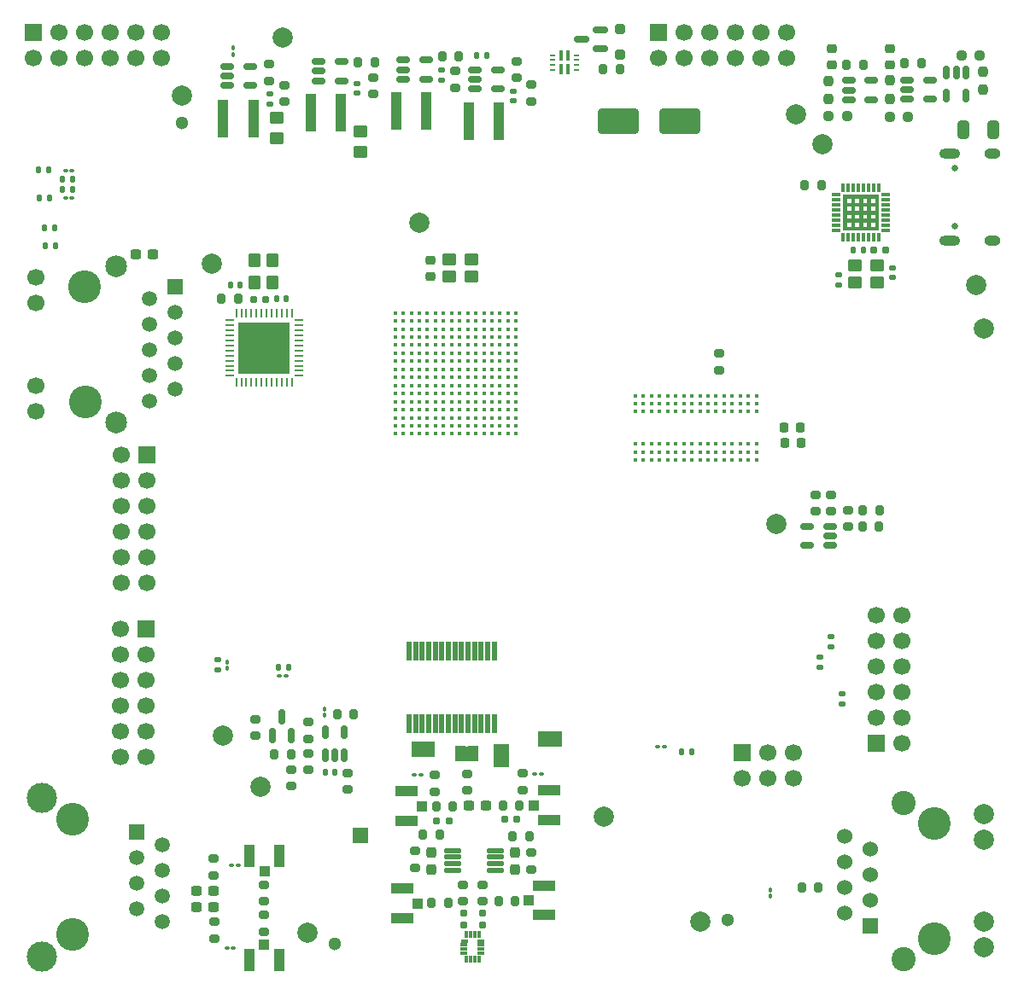
<source format=gts>
G04 #@! TF.GenerationSoftware,KiCad,Pcbnew,9.0.3-9.0.3-0~ubuntu24.04.1*
G04 #@! TF.CreationDate,2025-08-06T18:11:09+02:00*
G04 #@! TF.ProjectId,acoustic-carrier-board,61636f75-7374-4696-932d-636172726965,rev?*
G04 #@! TF.SameCoordinates,Original*
G04 #@! TF.FileFunction,Soldermask,Top*
G04 #@! TF.FilePolarity,Negative*
%FSLAX46Y46*%
G04 Gerber Fmt 4.6, Leading zero omitted, Abs format (unit mm)*
G04 Created by KiCad (PCBNEW 9.0.3-9.0.3-0~ubuntu24.04.1) date 2025-08-06 18:11:09*
%MOMM*%
%LPD*%
G01*
G04 APERTURE LIST*
G04 Aperture macros list*
%AMRoundRect*
0 Rectangle with rounded corners*
0 $1 Rounding radius*
0 $2 $3 $4 $5 $6 $7 $8 $9 X,Y pos of 4 corners*
0 Add a 4 corners polygon primitive as box body*
4,1,4,$2,$3,$4,$5,$6,$7,$8,$9,$2,$3,0*
0 Add four circle primitives for the rounded corners*
1,1,$1+$1,$2,$3*
1,1,$1+$1,$4,$5*
1,1,$1+$1,$6,$7*
1,1,$1+$1,$8,$9*
0 Add four rect primitives between the rounded corners*
20,1,$1+$1,$2,$3,$4,$5,0*
20,1,$1+$1,$4,$5,$6,$7,0*
20,1,$1+$1,$6,$7,$8,$9,0*
20,1,$1+$1,$8,$9,$2,$3,0*%
G04 Aperture macros list end*
%ADD10C,0.000000*%
%ADD11RoundRect,0.200000X0.200000X0.275000X-0.200000X0.275000X-0.200000X-0.275000X0.200000X-0.275000X0*%
%ADD12RoundRect,0.150000X-0.512500X-0.150000X0.512500X-0.150000X0.512500X0.150000X-0.512500X0.150000X0*%
%ADD13R,1.500000X1.000000*%
%ADD14RoundRect,0.237500X0.237500X-0.300000X0.237500X0.300000X-0.237500X0.300000X-0.237500X-0.300000X0*%
%ADD15RoundRect,0.237500X-0.300000X-0.237500X0.300000X-0.237500X0.300000X0.237500X-0.300000X0.237500X0*%
%ADD16RoundRect,0.135000X-0.185000X0.135000X-0.185000X-0.135000X0.185000X-0.135000X0.185000X0.135000X0*%
%ADD17RoundRect,0.140000X0.170000X-0.140000X0.170000X0.140000X-0.170000X0.140000X-0.170000X-0.140000X0*%
%ADD18C,0.446000*%
%ADD19C,2.000000*%
%ADD20C,3.250000*%
%ADD21R,1.500000X1.500000*%
%ADD22C,1.500000*%
%ADD23C,3.000000*%
%ADD24RoundRect,0.135000X-0.135000X-0.185000X0.135000X-0.185000X0.135000X0.185000X-0.135000X0.185000X0*%
%ADD25RoundRect,0.010000X-0.225000X0.875000X-0.225000X-0.875000X0.225000X-0.875000X0.225000X0.875000X0*%
%ADD26RoundRect,0.150000X0.587500X0.150000X-0.587500X0.150000X-0.587500X-0.150000X0.587500X-0.150000X0*%
%ADD27R,1.700000X1.700000*%
%ADD28C,1.700000*%
%ADD29RoundRect,0.200000X-0.275000X0.200000X-0.275000X-0.200000X0.275000X-0.200000X0.275000X0.200000X0*%
%ADD30RoundRect,0.135000X0.135000X0.185000X-0.135000X0.185000X-0.135000X-0.185000X0.135000X-0.185000X0*%
%ADD31RoundRect,0.100000X-0.130000X-0.100000X0.130000X-0.100000X0.130000X0.100000X-0.130000X0.100000X0*%
%ADD32C,0.430000*%
%ADD33RoundRect,0.200000X-0.200000X-0.275000X0.200000X-0.275000X0.200000X0.275000X-0.200000X0.275000X0*%
%ADD34RoundRect,0.160000X0.197500X0.160000X-0.197500X0.160000X-0.197500X-0.160000X0.197500X-0.160000X0*%
%ADD35RoundRect,0.200000X0.275000X-0.200000X0.275000X0.200000X-0.275000X0.200000X-0.275000X-0.200000X0*%
%ADD36R,1.000000X1.500000*%
%ADD37RoundRect,0.135000X0.185000X-0.135000X0.185000X0.135000X-0.185000X0.135000X-0.185000X-0.135000X0*%
%ADD38RoundRect,0.250000X-0.450000X0.350000X-0.450000X-0.350000X0.450000X-0.350000X0.450000X0.350000X0*%
%ADD39RoundRect,0.237500X0.250000X0.237500X-0.250000X0.237500X-0.250000X-0.237500X0.250000X-0.237500X0*%
%ADD40RoundRect,0.237500X-0.250000X-0.237500X0.250000X-0.237500X0.250000X0.237500X-0.250000X0.237500X0*%
%ADD41RoundRect,0.218750X-0.256250X0.218750X-0.256250X-0.218750X0.256250X-0.218750X0.256250X0.218750X0*%
%ADD42RoundRect,0.100000X0.130000X0.100000X-0.130000X0.100000X-0.130000X-0.100000X0.130000X-0.100000X0*%
%ADD43RoundRect,0.100000X0.100000X-0.130000X0.100000X0.130000X-0.100000X0.130000X-0.100000X-0.130000X0*%
%ADD44RoundRect,0.218750X-0.218750X-0.256250X0.218750X-0.256250X0.218750X0.256250X-0.218750X0.256250X0*%
%ADD45R,1.100000X3.700000*%
%ADD46C,1.300000*%
%ADD47RoundRect,0.237500X0.300000X0.237500X-0.300000X0.237500X-0.300000X-0.237500X0.300000X-0.237500X0*%
%ADD48RoundRect,0.250000X-1.750000X-1.000000X1.750000X-1.000000X1.750000X1.000000X-1.750000X1.000000X0*%
%ADD49RoundRect,0.237500X0.237500X-0.250000X0.237500X0.250000X-0.237500X0.250000X-0.237500X-0.250000X0*%
%ADD50RoundRect,0.150000X0.512500X0.150000X-0.512500X0.150000X-0.512500X-0.150000X0.512500X-0.150000X0*%
%ADD51R,1.000000X1.050000*%
%ADD52R,1.050000X2.200000*%
%ADD53C,3.249981*%
%ADD54R,1.524000X1.524000*%
%ADD55C,1.524000*%
%ADD56C,1.999996*%
%ADD57C,2.400046*%
%ADD58RoundRect,0.062500X-0.375000X-0.062500X0.375000X-0.062500X0.375000X0.062500X-0.375000X0.062500X0*%
%ADD59RoundRect,0.062500X-0.062500X-0.375000X0.062500X-0.375000X0.062500X0.375000X-0.062500X0.375000X0*%
%ADD60R,5.150000X5.150000*%
%ADD61R,1.050000X1.000000*%
%ADD62R,2.200000X1.050000*%
%ADD63RoundRect,0.237500X-0.237500X0.250000X-0.237500X-0.250000X0.237500X-0.250000X0.237500X0.250000X0*%
%ADD64RoundRect,0.140000X0.140000X0.170000X-0.140000X0.170000X-0.140000X-0.170000X0.140000X-0.170000X0*%
%ADD65RoundRect,0.250000X0.450000X0.350000X-0.450000X0.350000X-0.450000X-0.350000X0.450000X-0.350000X0*%
%ADD66RoundRect,0.250000X0.325000X0.650000X-0.325000X0.650000X-0.325000X-0.650000X0.325000X-0.650000X0*%
%ADD67R,0.399999X1.050000*%
%ADD68R,0.599999X0.200000*%
%ADD69RoundRect,0.150000X0.150000X-0.512500X0.150000X0.512500X-0.150000X0.512500X-0.150000X-0.512500X0*%
%ADD70RoundRect,0.010000X-0.406400X0.127000X-0.406400X-0.127000X0.406400X-0.127000X0.406400X0.127000X0*%
%ADD71RoundRect,0.010000X0.127000X0.406400X-0.127000X0.406400X-0.127000X-0.406400X0.127000X-0.406400X0*%
%ADD72RoundRect,0.140000X-0.140000X-0.170000X0.140000X-0.170000X0.140000X0.170000X-0.140000X0.170000X0*%
%ADD73RoundRect,0.150000X-0.150000X0.512500X-0.150000X-0.512500X0.150000X-0.512500X0.150000X0.512500X0*%
%ADD74RoundRect,0.045625X0.305375X0.136875X-0.305375X0.136875X-0.305375X-0.136875X0.305375X-0.136875X0*%
%ADD75RoundRect,0.045000X0.256500X0.135000X-0.256500X0.135000X-0.256500X-0.135000X0.256500X-0.135000X0*%
%ADD76RoundRect,0.045000X-0.135000X0.256500X-0.135000X-0.256500X0.135000X-0.256500X0.135000X0.256500X0*%
%ADD77RoundRect,0.250000X-0.250000X0.250000X-0.250000X-0.250000X0.250000X-0.250000X0.250000X0.250000X0*%
%ADD78RoundRect,0.237500X-0.237500X0.300000X-0.237500X-0.300000X0.237500X-0.300000X0.237500X0.300000X0*%
%ADD79RoundRect,0.225000X0.250000X-0.225000X0.250000X0.225000X-0.250000X0.225000X-0.250000X-0.225000X0*%
%ADD80RoundRect,0.165000X0.165000X-0.202500X0.165000X0.202500X-0.165000X0.202500X-0.165000X-0.202500X0*%
%ADD81RoundRect,0.160000X-0.197500X-0.160000X0.197500X-0.160000X0.197500X0.160000X-0.197500X0.160000X0*%
%ADD82R,1.520000X1.520000*%
%ADD83C,1.520000*%
%ADD84C,2.160000*%
%ADD85RoundRect,0.125500X0.688000X0.125500X-0.688000X0.125500X-0.688000X-0.125500X0.688000X-0.125500X0*%
%ADD86RoundRect,0.250000X-0.350000X0.450000X-0.350000X-0.450000X0.350000X-0.450000X0.350000X0.450000X0*%
%ADD87RoundRect,0.160000X0.160000X-0.197500X0.160000X0.197500X-0.160000X0.197500X-0.160000X-0.197500X0*%
%ADD88RoundRect,0.150000X0.150000X-0.587500X0.150000X0.587500X-0.150000X0.587500X-0.150000X-0.587500X0*%
%ADD89C,0.650000*%
%ADD90O,1.600000X1.000000*%
%ADD91O,2.100000X1.000000*%
G04 APERTURE END LIST*
G36*
X92710000Y-125900000D02*
G01*
X94210000Y-125900000D01*
X94210000Y-125600000D01*
X92710000Y-125600000D01*
X92710000Y-125900000D01*
G37*
G36*
X85510000Y-124390000D02*
G01*
X85810000Y-124390000D01*
X85810000Y-125890000D01*
X85510000Y-125890000D01*
X85510000Y-124390000D01*
G37*
G36*
X98110000Y-123350000D02*
G01*
X98410000Y-123350000D01*
X98410000Y-124850000D01*
X98110000Y-124850000D01*
X98110000Y-123350000D01*
G37*
D10*
G36*
X127717800Y-73673300D02*
G01*
X127333600Y-73673300D01*
X127333600Y-70142700D01*
X127717800Y-70142700D01*
X127717800Y-73673300D01*
G37*
G36*
X128505200Y-73673300D02*
G01*
X128117800Y-73673300D01*
X128117800Y-70142700D01*
X128505200Y-70142700D01*
X128505200Y-73673300D01*
G37*
G36*
X129292600Y-73673300D02*
G01*
X128905200Y-73673300D01*
X128905200Y-70142700D01*
X129292600Y-70142700D01*
X129292600Y-73673300D01*
G37*
G36*
X130080000Y-73673300D02*
G01*
X129692600Y-73673300D01*
X129692600Y-70142700D01*
X130080000Y-70142700D01*
X130080000Y-73673300D01*
G37*
G36*
X130864200Y-70526900D02*
G01*
X127333600Y-70526900D01*
X127333600Y-70142700D01*
X130864200Y-70142700D01*
X130864200Y-70526900D01*
G37*
G36*
X130864200Y-71314300D02*
G01*
X127333600Y-71314300D01*
X127333600Y-70926900D01*
X130864200Y-70926900D01*
X130864200Y-71314300D01*
G37*
G36*
X130864200Y-72101700D02*
G01*
X127333600Y-72101700D01*
X127333600Y-71714300D01*
X130864200Y-71714300D01*
X130864200Y-72101700D01*
G37*
G36*
X130864200Y-72889100D02*
G01*
X127333600Y-72889100D01*
X127333600Y-72501700D01*
X130864200Y-72501700D01*
X130864200Y-72889100D01*
G37*
G36*
X130864200Y-73673300D02*
G01*
X127333600Y-73673300D01*
X127333600Y-73289100D01*
X130864200Y-73289100D01*
X130864200Y-73673300D01*
G37*
G36*
X130864200Y-73673300D02*
G01*
X130480000Y-73673300D01*
X130480000Y-70142700D01*
X130864200Y-70142700D01*
X130864200Y-73673300D01*
G37*
G36*
X90160000Y-126350000D02*
G01*
X89860000Y-126350000D01*
X89860000Y-124850000D01*
X90160000Y-124850000D01*
X90160000Y-126350000D01*
G37*
D11*
X89230000Y-56365000D03*
X87580000Y-56365000D03*
D12*
X133617500Y-58730000D03*
X133617500Y-59680000D03*
X133617500Y-60630000D03*
X135892500Y-60630000D03*
X135892500Y-58730000D03*
D13*
X93460000Y-126400000D03*
X93460000Y-125100000D03*
D14*
X86517500Y-137092500D03*
X86517500Y-135367500D03*
D15*
X63195000Y-139215000D03*
X64920000Y-139215000D03*
D16*
X127190000Y-119610000D03*
X127190000Y-120630000D03*
D17*
X79155000Y-60045000D03*
X79155000Y-59085000D03*
D18*
X106720000Y-96450000D03*
X106720000Y-95650000D03*
X106720000Y-94850000D03*
X106720000Y-91650000D03*
X106720000Y-90850000D03*
X106720000Y-90050000D03*
X107520000Y-96450000D03*
X107520000Y-95650000D03*
X107520000Y-94850000D03*
X107520000Y-91650000D03*
X107520000Y-90850000D03*
X107520000Y-90050000D03*
X108320000Y-96450000D03*
X108320000Y-95650000D03*
X108320000Y-94850000D03*
X108320000Y-91650000D03*
X108320000Y-90850000D03*
X108320000Y-90050000D03*
X109120000Y-96450000D03*
X109120000Y-95650000D03*
X109120000Y-94850000D03*
X109120000Y-91650000D03*
X109120000Y-90850000D03*
X109120000Y-90050000D03*
X109920000Y-96450000D03*
X109920000Y-95650000D03*
X109920000Y-94850000D03*
X109920000Y-91650000D03*
X109920000Y-90850000D03*
X109920000Y-90050000D03*
X110720000Y-96450000D03*
X110720000Y-95650000D03*
X110720000Y-94850000D03*
X110720000Y-91650000D03*
X110720000Y-90850000D03*
X110720000Y-90050000D03*
X111520000Y-96450000D03*
X111520000Y-95650000D03*
X111520000Y-94850000D03*
X111520000Y-91650000D03*
X111520000Y-90850000D03*
X111520000Y-90050000D03*
X112320000Y-96450000D03*
X112320000Y-95650000D03*
X112320000Y-94850000D03*
X112320000Y-91650000D03*
X112320000Y-90850000D03*
X112320000Y-90050000D03*
X113120000Y-96450000D03*
X113120000Y-95650000D03*
X113120000Y-94850000D03*
X113120000Y-91650000D03*
X113120000Y-90850000D03*
X113120000Y-90050000D03*
X113920000Y-96450000D03*
X113920000Y-95650000D03*
X113920000Y-94850000D03*
X113920000Y-91650000D03*
X113920000Y-90850000D03*
X113920000Y-90050000D03*
X114720000Y-96450000D03*
X114720000Y-95650000D03*
X114720000Y-94850000D03*
X114720000Y-91650000D03*
X114720000Y-90850000D03*
X114720000Y-90050000D03*
X115520000Y-96450000D03*
X115520000Y-95650000D03*
X115520000Y-94850000D03*
X115520000Y-91650000D03*
X115520000Y-90850000D03*
X115520000Y-90050000D03*
X116320000Y-96450000D03*
X116320000Y-95650000D03*
X116320000Y-94850000D03*
X116320000Y-91650000D03*
X116320000Y-90850000D03*
X116320000Y-90050000D03*
X117120000Y-96450000D03*
X117120000Y-95650000D03*
X117120000Y-94850000D03*
X117120000Y-91650000D03*
X117120000Y-90850000D03*
X117120000Y-90050000D03*
X117920000Y-96450000D03*
X117920000Y-95650000D03*
X117920000Y-94850000D03*
X117920000Y-91650000D03*
X117920000Y-90850000D03*
X117920000Y-90050000D03*
X118720000Y-96450000D03*
X118720000Y-95650000D03*
X118720000Y-94850000D03*
X118720000Y-91650000D03*
X118720000Y-90850000D03*
X118720000Y-90050000D03*
D19*
X64740000Y-76940000D03*
D20*
X50900000Y-132110000D03*
X50900000Y-143540000D03*
D21*
X57250000Y-133380000D03*
D22*
X59790000Y-134650000D03*
X57250000Y-135920000D03*
X59790000Y-137190000D03*
X57250000Y-138460000D03*
X59790000Y-139730000D03*
X57250000Y-141000000D03*
X59790000Y-142270000D03*
D23*
X47850000Y-129975000D03*
X47850000Y-145675000D03*
D24*
X49910000Y-69610000D03*
X50930000Y-69610000D03*
D25*
X92735000Y-115410000D03*
X92085000Y-115410000D03*
X91435000Y-115410000D03*
X90785000Y-115410000D03*
X90135000Y-115410000D03*
X89485000Y-115410000D03*
X88835000Y-115410000D03*
X88185000Y-115410000D03*
X87535000Y-115410000D03*
X86885000Y-115410000D03*
X86235000Y-115410000D03*
X85585000Y-115410000D03*
X84935000Y-115410000D03*
X84285000Y-115410000D03*
X84285000Y-122610000D03*
X84935000Y-122610000D03*
X85585000Y-122610000D03*
X86235000Y-122610000D03*
X86885000Y-122610000D03*
X87535000Y-122610000D03*
X88185000Y-122610000D03*
X88835000Y-122610000D03*
X89485000Y-122610000D03*
X90135000Y-122610000D03*
X90785000Y-122610000D03*
X91435000Y-122610000D03*
X92085000Y-122610000D03*
X92735000Y-122610000D03*
D26*
X103227502Y-55629999D03*
X103227502Y-53729999D03*
X101352502Y-54679999D03*
D17*
X70505000Y-61095000D03*
X70505000Y-60135000D03*
D27*
X58250000Y-113220000D03*
D28*
X58250000Y-115760000D03*
X58250000Y-118300000D03*
X58250000Y-120840000D03*
X58250000Y-123380000D03*
X58250000Y-125920000D03*
X55710000Y-113220000D03*
X55710000Y-115760000D03*
X55710000Y-118300000D03*
X55710000Y-120840000D03*
X55710000Y-123380000D03*
X55710000Y-125920000D03*
D29*
X95525000Y-127535000D03*
X95525000Y-129185000D03*
D30*
X91980000Y-56270000D03*
X90960000Y-56270000D03*
D31*
X66710000Y-136680000D03*
X67350000Y-136680000D03*
D32*
X82900000Y-81850000D03*
X83700000Y-81850000D03*
X84500000Y-81850000D03*
X85300000Y-81850000D03*
X86100000Y-81850000D03*
X86900000Y-81850000D03*
X87700000Y-81850000D03*
X88500000Y-81850000D03*
X89300000Y-81850000D03*
X90100000Y-81850000D03*
X90900000Y-81850000D03*
X91700000Y-81850000D03*
X92500000Y-81850000D03*
X93300000Y-81850000D03*
X94100000Y-81850000D03*
X94900000Y-81850000D03*
X82900000Y-82650000D03*
X83700000Y-82650000D03*
X84500000Y-82650000D03*
X85300000Y-82650000D03*
X86100000Y-82650000D03*
X86900000Y-82650000D03*
X87700000Y-82650000D03*
X88500000Y-82650000D03*
X89300000Y-82650000D03*
X90100000Y-82650000D03*
X90900000Y-82650000D03*
X91700000Y-82650000D03*
X92500000Y-82650000D03*
X93300000Y-82650000D03*
X94100000Y-82650000D03*
X94900000Y-82650000D03*
X82900000Y-83450000D03*
X83700000Y-83450000D03*
X84500000Y-83450000D03*
X85300000Y-83450000D03*
X86100000Y-83450000D03*
X86900000Y-83450000D03*
X87700000Y-83450000D03*
X88500000Y-83450000D03*
X89300000Y-83450000D03*
X90100000Y-83450000D03*
X90900000Y-83450000D03*
X91700000Y-83450000D03*
X92500000Y-83450000D03*
X93300000Y-83450000D03*
X94100000Y-83450000D03*
X94900000Y-83450000D03*
X82900000Y-84250000D03*
X83700000Y-84250000D03*
X84500000Y-84250000D03*
X85300000Y-84250000D03*
X86100000Y-84250000D03*
X86900000Y-84250000D03*
X87700000Y-84250000D03*
X88500000Y-84250000D03*
X89300000Y-84250000D03*
X90100000Y-84250000D03*
X90900000Y-84250000D03*
X91700000Y-84250000D03*
X92500000Y-84250000D03*
X93300000Y-84250000D03*
X94100000Y-84250000D03*
X94900000Y-84250000D03*
X82900000Y-85050000D03*
X83700000Y-85050000D03*
X84500000Y-85050000D03*
X85300000Y-85050000D03*
X86100000Y-85050000D03*
X86900000Y-85050000D03*
X87700000Y-85050000D03*
X88500000Y-85050000D03*
X89300000Y-85050000D03*
X90100000Y-85050000D03*
X90900000Y-85050000D03*
X91700000Y-85050000D03*
X92500000Y-85050000D03*
X93300000Y-85050000D03*
X94100000Y-85050000D03*
X94900000Y-85050000D03*
X82900000Y-85850000D03*
X83700000Y-85850000D03*
X84500000Y-85850000D03*
X85300000Y-85850000D03*
X86100000Y-85850000D03*
X86900000Y-85850000D03*
X87700000Y-85850000D03*
X88500000Y-85850000D03*
X89300000Y-85850000D03*
X90100000Y-85850000D03*
X90900000Y-85850000D03*
X91700000Y-85850000D03*
X92500000Y-85850000D03*
X93300000Y-85850000D03*
X94100000Y-85850000D03*
X94900000Y-85850000D03*
X82900000Y-86650000D03*
X83700000Y-86650000D03*
X84500000Y-86650000D03*
X85300000Y-86650000D03*
X86100000Y-86650000D03*
X86900000Y-86650000D03*
X87700000Y-86650000D03*
X88500000Y-86650000D03*
X89300000Y-86650000D03*
X90100000Y-86650000D03*
X90900000Y-86650000D03*
X91700000Y-86650000D03*
X92500000Y-86650000D03*
X93300000Y-86650000D03*
X94100000Y-86650000D03*
X94900000Y-86650000D03*
X82900000Y-87450000D03*
X83700000Y-87450000D03*
X84500000Y-87450000D03*
X85300000Y-87450000D03*
X86100000Y-87450000D03*
X86900000Y-87450000D03*
X87700000Y-87450000D03*
X88500000Y-87450000D03*
X89300000Y-87450000D03*
X90100000Y-87450000D03*
X90900000Y-87450000D03*
X91700000Y-87450000D03*
X92500000Y-87450000D03*
X93300000Y-87450000D03*
X94100000Y-87450000D03*
X94900000Y-87450000D03*
X82900000Y-88250000D03*
X83700000Y-88250000D03*
X84500000Y-88250000D03*
X85300000Y-88250000D03*
X86100000Y-88250000D03*
X86900000Y-88250000D03*
X87700000Y-88250000D03*
X88500000Y-88250000D03*
X89300000Y-88250000D03*
X90100000Y-88250000D03*
X90900000Y-88250000D03*
X91700000Y-88250000D03*
X92500000Y-88250000D03*
X93300000Y-88250000D03*
X94100000Y-88250000D03*
X94900000Y-88250000D03*
X82900000Y-89050000D03*
X83700000Y-89050000D03*
X84500000Y-89050000D03*
X85300000Y-89050000D03*
X86100000Y-89050000D03*
X86900000Y-89050000D03*
X87700000Y-89050000D03*
X88500000Y-89050000D03*
X89300000Y-89050000D03*
X90100000Y-89050000D03*
X90900000Y-89050000D03*
X91700000Y-89050000D03*
X92500000Y-89050000D03*
X93300000Y-89050000D03*
X94100000Y-89050000D03*
X94900000Y-89050000D03*
X82900000Y-89850000D03*
X83700000Y-89850000D03*
X84500000Y-89850000D03*
X85300000Y-89850000D03*
X86100000Y-89850000D03*
X86900000Y-89850000D03*
X87700000Y-89850000D03*
X88500000Y-89850000D03*
X89300000Y-89850000D03*
X90100000Y-89850000D03*
X90900000Y-89850000D03*
X91700000Y-89850000D03*
X92500000Y-89850000D03*
X93300000Y-89850000D03*
X94100000Y-89850000D03*
X94900000Y-89850000D03*
X82900000Y-90650000D03*
X83700000Y-90650000D03*
X84500000Y-90650000D03*
X85300000Y-90650000D03*
X86100000Y-90650000D03*
X86900000Y-90650000D03*
X87700000Y-90650000D03*
X88500000Y-90650000D03*
X89300000Y-90650000D03*
X90100000Y-90650000D03*
X90900000Y-90650000D03*
X91700000Y-90650000D03*
X92500000Y-90650000D03*
X93300000Y-90650000D03*
X94100000Y-90650000D03*
X94900000Y-90650000D03*
X82900000Y-91450000D03*
X83700000Y-91450000D03*
X84500000Y-91450000D03*
X85300000Y-91450000D03*
X86100000Y-91450000D03*
X86900000Y-91450000D03*
X87700000Y-91450000D03*
X88500000Y-91450000D03*
X89300000Y-91450000D03*
X90100000Y-91450000D03*
X90900000Y-91450000D03*
X91700000Y-91450000D03*
X92500000Y-91450000D03*
X93300000Y-91450000D03*
X94100000Y-91450000D03*
X94900000Y-91450000D03*
X82900000Y-92250000D03*
X83700000Y-92250000D03*
X84500000Y-92250000D03*
X85300000Y-92250000D03*
X86100000Y-92250000D03*
X86900000Y-92250000D03*
X87700000Y-92250000D03*
X88500000Y-92250000D03*
X89300000Y-92250000D03*
X90100000Y-92250000D03*
X90900000Y-92250000D03*
X91700000Y-92250000D03*
X92500000Y-92250000D03*
X93300000Y-92250000D03*
X94100000Y-92250000D03*
X94900000Y-92250000D03*
X82900000Y-93050000D03*
X83700000Y-93050000D03*
X84500000Y-93050000D03*
X85300000Y-93050000D03*
X86100000Y-93050000D03*
X86900000Y-93050000D03*
X87700000Y-93050000D03*
X88500000Y-93050000D03*
X89300000Y-93050000D03*
X90100000Y-93050000D03*
X90900000Y-93050000D03*
X91700000Y-93050000D03*
X92500000Y-93050000D03*
X93300000Y-93050000D03*
X94100000Y-93050000D03*
X94900000Y-93050000D03*
X82900000Y-93850000D03*
X83700000Y-93850000D03*
X84500000Y-93850000D03*
X85300000Y-93850000D03*
X86100000Y-93850000D03*
X86900000Y-93850000D03*
X87700000Y-93850000D03*
X88500000Y-93850000D03*
X89300000Y-93850000D03*
X90100000Y-93850000D03*
X90900000Y-93850000D03*
X91700000Y-93850000D03*
X92500000Y-93850000D03*
X93300000Y-93850000D03*
X94100000Y-93850000D03*
X94900000Y-93850000D03*
D33*
X77150000Y-121667500D03*
X78800000Y-121667500D03*
D34*
X70040000Y-80485000D03*
X68845000Y-80485000D03*
D19*
X74250000Y-143370000D03*
D35*
X74265000Y-124115000D03*
X74265000Y-122465000D03*
D36*
X85010000Y-125140000D03*
X86310000Y-125140000D03*
D37*
X124990000Y-117010000D03*
X124990000Y-115990000D03*
D38*
X79480000Y-63850000D03*
X79480000Y-65850000D03*
D35*
X126122250Y-101530000D03*
X126122250Y-99880000D03*
D30*
X129330000Y-75613000D03*
X128310000Y-75613000D03*
D24*
X47660000Y-70480000D03*
X48680000Y-70480000D03*
D11*
X94785000Y-140180000D03*
X93135000Y-140180000D03*
D29*
X124572250Y-99880000D03*
X124572250Y-101530000D03*
D39*
X127692500Y-62325000D03*
X125867500Y-62325000D03*
D27*
X58295000Y-95895000D03*
D28*
X58295000Y-98435000D03*
X58295000Y-100975000D03*
X58295000Y-103515000D03*
X58295000Y-106055000D03*
X58295000Y-108595000D03*
X55755000Y-95895000D03*
X55755000Y-98435000D03*
X55755000Y-100975000D03*
X55755000Y-103515000D03*
X55755000Y-106055000D03*
X55755000Y-108595000D03*
D11*
X125155000Y-69150000D03*
X123505000Y-69150000D03*
D31*
X108960000Y-124880000D03*
X109600000Y-124880000D03*
D40*
X139055000Y-56337500D03*
X140880000Y-56337500D03*
D12*
X66280000Y-57395000D03*
X66280000Y-58345000D03*
X66280000Y-59295000D03*
X68555000Y-59295000D03*
X68555000Y-57395000D03*
D35*
X115020000Y-87515000D03*
X115020000Y-85865000D03*
D41*
X131955000Y-55625000D03*
X131955000Y-57200000D03*
D11*
X130872250Y-103005000D03*
X129222250Y-103005000D03*
D19*
X125230000Y-65090000D03*
D33*
X127667500Y-57225000D03*
X129317500Y-57225000D03*
D21*
X79430000Y-133730000D03*
D11*
X72590000Y-125620000D03*
X70940000Y-125620000D03*
D42*
X50850000Y-67720000D03*
X50210000Y-67720000D03*
D24*
X47520000Y-67680000D03*
X48540000Y-67680000D03*
D29*
X96417500Y-135417500D03*
X96417500Y-137067500D03*
D12*
X75317500Y-56915000D03*
X75317500Y-57865000D03*
X75317500Y-58815000D03*
X77592500Y-58815000D03*
X77592500Y-56915000D03*
D29*
X91600000Y-138565000D03*
X91600000Y-140215000D03*
D43*
X120120000Y-139720000D03*
X120120000Y-139080000D03*
D44*
X121482500Y-93220000D03*
X123057500Y-93220000D03*
D33*
X129262250Y-101405000D03*
X130912250Y-101405000D03*
D45*
X90205000Y-62815000D03*
X93205000Y-62815000D03*
D24*
X49900000Y-68600000D03*
X50920000Y-68600000D03*
D46*
X61770000Y-62990000D03*
D34*
X94982500Y-132110000D03*
X93787500Y-132110000D03*
D11*
X96210000Y-133760000D03*
X94560000Y-133760000D03*
D47*
X58902500Y-76020000D03*
X57177500Y-76020000D03*
D24*
X48180000Y-75180000D03*
X49200000Y-75180000D03*
D27*
X47000000Y-54000000D03*
D28*
X47000000Y-56540000D03*
X49540000Y-54000000D03*
X49540000Y-56540000D03*
X52080000Y-54000000D03*
X52080000Y-56540000D03*
X54620000Y-54000000D03*
X54620000Y-56540000D03*
X57160000Y-54000000D03*
X57160000Y-56540000D03*
X59700000Y-54000000D03*
X59700000Y-56540000D03*
D17*
X132230000Y-78350000D03*
X132230000Y-77390000D03*
D48*
X104987500Y-62850000D03*
X111087500Y-62850000D03*
D29*
X69930000Y-141605000D03*
X69930000Y-143255000D03*
D17*
X65310000Y-117242500D03*
X65310000Y-116282500D03*
D41*
X126167500Y-55650000D03*
X126167500Y-57225000D03*
D45*
X65855000Y-62570000D03*
X68855000Y-62570000D03*
D49*
X131955000Y-60612500D03*
X131955000Y-58787500D03*
D50*
X126047250Y-104905000D03*
X126047250Y-103955000D03*
X126047250Y-103005000D03*
X123772250Y-103005000D03*
X123772250Y-104905000D03*
D46*
X76950000Y-144420000D03*
D51*
X69960000Y-137235000D03*
D52*
X68485000Y-135710000D03*
X71435000Y-135710000D03*
D11*
X67335000Y-80400000D03*
X65685000Y-80400000D03*
D44*
X121552500Y-94770000D03*
X123127500Y-94770000D03*
D53*
X136355000Y-132480160D03*
X136355000Y-143900000D03*
D54*
X130005000Y-142630000D03*
D55*
X127465000Y-141370160D03*
X130005000Y-140090000D03*
X127465000Y-138830160D03*
X130005000Y-137550000D03*
X127465000Y-136290160D03*
X130005000Y-135010000D03*
X127465000Y-133750160D03*
D56*
X141254914Y-144815162D03*
X141254914Y-142275162D03*
X141254914Y-134104998D03*
X141254914Y-131564998D03*
D57*
X133304968Y-145940128D03*
X133304968Y-130440032D03*
D31*
X66240000Y-144830000D03*
X66880000Y-144830000D03*
D37*
X126130000Y-115010000D03*
X126130000Y-113990000D03*
D36*
X97610000Y-124100000D03*
X98910000Y-124100000D03*
D58*
X66467500Y-82585000D03*
X66467500Y-83085000D03*
X66467500Y-83585000D03*
X66467500Y-84085000D03*
X66467500Y-84585000D03*
X66467500Y-85085000D03*
X66467500Y-85585000D03*
X66467500Y-86085000D03*
X66467500Y-86585000D03*
X66467500Y-87085000D03*
X66467500Y-87585000D03*
X66467500Y-88085000D03*
D59*
X67155000Y-88772500D03*
X67655000Y-88772500D03*
X68155000Y-88772500D03*
X68655000Y-88772500D03*
X69155000Y-88772500D03*
X69655000Y-88772500D03*
X70155000Y-88772500D03*
X70655000Y-88772500D03*
X71155000Y-88772500D03*
X71655000Y-88772500D03*
X72155000Y-88772500D03*
X72655000Y-88772500D03*
D58*
X73342500Y-88085000D03*
X73342500Y-87585000D03*
X73342500Y-87085000D03*
X73342500Y-86585000D03*
X73342500Y-86085000D03*
X73342500Y-85585000D03*
X73342500Y-85085000D03*
X73342500Y-84585000D03*
X73342500Y-84085000D03*
X73342500Y-83585000D03*
X73342500Y-83085000D03*
X73342500Y-82585000D03*
D59*
X72655000Y-81897500D03*
X72155000Y-81897500D03*
X71655000Y-81897500D03*
X71155000Y-81897500D03*
X70655000Y-81897500D03*
X70155000Y-81897500D03*
X69655000Y-81897500D03*
X69155000Y-81897500D03*
X68655000Y-81897500D03*
X68155000Y-81897500D03*
X67655000Y-81897500D03*
X67155000Y-81897500D03*
D60*
X69905000Y-85335000D03*
D61*
X96135000Y-140130000D03*
D62*
X97660000Y-138655000D03*
X97660000Y-141605000D03*
D63*
X141217500Y-57875000D03*
X141217500Y-59700000D03*
D27*
X109000000Y-54000000D03*
D28*
X109000000Y-56540000D03*
X111540000Y-54000000D03*
X111540000Y-56540000D03*
X114080000Y-54000000D03*
X114080000Y-56540000D03*
X116620000Y-54000000D03*
X116620000Y-56540000D03*
X119160000Y-54000000D03*
X119160000Y-56540000D03*
X121700000Y-54000000D03*
X121700000Y-56540000D03*
D19*
X140540000Y-79100000D03*
D17*
X126910000Y-79043000D03*
X126910000Y-78083000D03*
D64*
X72110000Y-80400000D03*
X71150000Y-80400000D03*
D65*
X130710000Y-77163000D03*
X128510000Y-77163000D03*
X128510000Y-78863000D03*
X130710000Y-78863000D03*
D66*
X142175000Y-63640000D03*
X139225000Y-63640000D03*
D67*
X99375002Y-57695000D03*
X100075001Y-57695000D03*
D68*
X100850000Y-57770001D03*
X100850000Y-57270000D03*
X100850000Y-56770000D03*
X100850000Y-56269999D03*
D67*
X100075001Y-56345000D03*
X99375002Y-56345000D03*
D68*
X98550002Y-56269999D03*
X98550002Y-56770000D03*
X98550002Y-57270000D03*
X98550002Y-57770001D03*
D39*
X133767500Y-62400000D03*
X131942500Y-62400000D03*
D61*
X85572500Y-130800000D03*
D62*
X84047500Y-132275000D03*
X84047500Y-129325000D03*
D35*
X127767250Y-103050000D03*
X127767250Y-101400000D03*
X94930000Y-58540000D03*
X94930000Y-56890000D03*
D29*
X89630000Y-138575000D03*
X89630000Y-140225000D03*
D11*
X80867500Y-57010000D03*
X79217500Y-57010000D03*
D64*
X72325000Y-116977500D03*
X71365000Y-116977500D03*
D69*
X75975000Y-125712500D03*
X76925000Y-125712500D03*
X77875000Y-125712500D03*
X77875000Y-123437500D03*
X75975000Y-123437500D03*
D15*
X90222500Y-130745000D03*
X91947500Y-130745000D03*
D61*
X85162500Y-140460000D03*
D62*
X83637500Y-141935000D03*
X83637500Y-138985000D03*
D70*
X131550000Y-73686000D03*
X131550000Y-73178000D03*
X131550000Y-72670000D03*
X131550000Y-72162000D03*
X131550000Y-71654000D03*
X131550000Y-71146000D03*
X131550000Y-70638000D03*
X131550000Y-70130000D03*
D71*
X130876900Y-69456900D03*
X130368900Y-69456900D03*
X129860900Y-69456900D03*
X129352900Y-69456900D03*
X128844900Y-69456900D03*
X128336900Y-69456900D03*
X127828900Y-69456900D03*
X127320900Y-69456900D03*
D70*
X126647800Y-70130000D03*
X126647800Y-70638000D03*
X126647800Y-71146000D03*
X126647800Y-71654000D03*
X126647800Y-72162000D03*
X126647800Y-72670000D03*
X126647800Y-73178000D03*
X126647800Y-73686000D03*
D71*
X127320900Y-74359100D03*
X127828900Y-74359100D03*
X128336900Y-74359100D03*
X128844900Y-74359100D03*
X129352900Y-74359100D03*
X129860900Y-74359100D03*
X130368900Y-74359100D03*
X130876900Y-74359100D03*
D19*
X71720000Y-54490000D03*
D30*
X112290000Y-125390000D03*
X111270000Y-125390000D03*
D72*
X66580000Y-79090000D03*
X67540000Y-79090000D03*
D29*
X88817500Y-57860000D03*
X88817500Y-59510000D03*
D73*
X139467500Y-58012500D03*
X138517500Y-58012500D03*
X137567500Y-58012500D03*
X137567500Y-60287500D03*
X139467500Y-60287500D03*
D35*
X64930000Y-137655000D03*
X64930000Y-136005000D03*
D74*
X89796500Y-144160000D03*
D75*
X89746500Y-144560000D03*
X89746500Y-144960000D03*
X89746500Y-145360000D03*
D76*
X89991500Y-146005000D03*
X90391500Y-146005000D03*
X90791500Y-146005000D03*
X91191500Y-146005000D03*
D75*
X91436500Y-145360000D03*
X91436500Y-144960000D03*
X91436500Y-144560000D03*
X91436500Y-144160000D03*
D76*
X91191500Y-143515000D03*
X90791500Y-143515000D03*
X90391500Y-143515000D03*
X89991500Y-143515000D03*
D77*
X105230000Y-53682500D03*
X105230000Y-56182500D03*
D19*
X85290000Y-72900000D03*
D35*
X69015000Y-123815000D03*
X69015000Y-122165000D03*
D19*
X61770000Y-60280000D03*
D27*
X130605000Y-124575000D03*
D28*
X130605000Y-122035000D03*
X130605000Y-119495000D03*
X130605000Y-116955000D03*
X130605000Y-114415000D03*
X130605000Y-111875000D03*
X133145000Y-124575000D03*
X133145000Y-122035000D03*
X133145000Y-119495000D03*
X133145000Y-116955000D03*
X133145000Y-114415000D03*
X133145000Y-111875000D03*
D12*
X127855000Y-58787500D03*
X127855000Y-59737500D03*
X127855000Y-60687500D03*
X130130000Y-60687500D03*
X130130000Y-58787500D03*
D35*
X84867500Y-136905000D03*
X84867500Y-135255000D03*
D43*
X66820000Y-56220000D03*
X66820000Y-55580000D03*
D34*
X131507500Y-75613000D03*
X130312500Y-75613000D03*
D51*
X69900000Y-144535000D03*
D52*
X71375000Y-146060000D03*
X68425000Y-146060000D03*
D35*
X78165000Y-129162500D03*
X78165000Y-127512500D03*
D72*
X75975000Y-127417500D03*
X76935000Y-127417500D03*
D78*
X94767500Y-135367500D03*
X94767500Y-137092500D03*
D42*
X85460000Y-127720000D03*
X84820000Y-127720000D03*
D79*
X86445000Y-78195000D03*
X86445000Y-76645000D03*
D15*
X63195000Y-140815000D03*
X64920000Y-140815000D03*
D35*
X74265000Y-127215000D03*
X74265000Y-125565000D03*
D80*
X89691500Y-142607500D03*
X89691500Y-141412500D03*
D11*
X88620000Y-130840000D03*
X86970000Y-130840000D03*
D38*
X71190000Y-62530000D03*
X71190000Y-64530000D03*
D17*
X94630000Y-60815000D03*
X94630000Y-59855000D03*
D19*
X65870000Y-123800000D03*
X69570000Y-128830000D03*
D81*
X87037500Y-132260000D03*
X88232500Y-132260000D03*
D29*
X86860000Y-127710000D03*
X86860000Y-129360000D03*
D20*
X52160000Y-90710000D03*
X52146663Y-79284562D03*
D82*
X61050000Y-79270000D03*
D83*
X58510000Y-80440000D03*
X61050000Y-81810000D03*
X58510000Y-82980000D03*
X61050000Y-84350000D03*
X58510000Y-85520000D03*
X61050000Y-86890000D03*
X58510000Y-88060000D03*
X61050000Y-89430000D03*
X58510000Y-90600000D03*
D28*
X47270000Y-78360000D03*
X47270000Y-80900000D03*
X47270000Y-89080000D03*
X47270000Y-91620000D03*
D84*
X55220000Y-92730000D03*
X55220000Y-77250000D03*
D29*
X96430000Y-59190000D03*
X96430000Y-60840000D03*
D17*
X87505000Y-58745000D03*
X87505000Y-57785000D03*
D19*
X103600000Y-131800000D03*
D33*
X85660000Y-133610000D03*
X87310000Y-133610000D03*
D31*
X96760000Y-127560000D03*
X97400000Y-127560000D03*
D36*
X90660000Y-125600000D03*
X89360000Y-125600000D03*
D85*
X92797500Y-137135000D03*
X92797500Y-136485000D03*
X92797500Y-135835000D03*
X92797500Y-135185000D03*
X88572500Y-135185000D03*
X88572500Y-135835000D03*
X88572500Y-136485000D03*
X88572500Y-137135000D03*
D24*
X48140000Y-73370000D03*
X49160000Y-73370000D03*
D29*
X71955000Y-59240000D03*
X71955000Y-60890000D03*
D35*
X90060000Y-129225000D03*
X90060000Y-127575000D03*
D27*
X117310000Y-125470000D03*
D28*
X117310000Y-128010000D03*
X119850000Y-125470000D03*
X119850000Y-128010000D03*
X122390000Y-125470000D03*
X122390000Y-128010000D03*
D33*
X103540000Y-57660000D03*
X105190000Y-57660000D03*
D35*
X72575000Y-128805000D03*
X72575000Y-127155000D03*
D43*
X66240000Y-117110000D03*
X66240000Y-116470000D03*
D49*
X125892500Y-60650000D03*
X125892500Y-58825000D03*
D45*
X74555000Y-61965000D03*
X77555000Y-61965000D03*
D61*
X96610000Y-130715000D03*
D62*
X98135000Y-129240000D03*
X98135000Y-132190000D03*
D46*
X115890000Y-142100000D03*
D33*
X93570000Y-130740000D03*
X95220000Y-130740000D03*
X123205000Y-138890000D03*
X124855000Y-138890000D03*
D42*
X72070000Y-117860000D03*
X71430000Y-117860000D03*
X50860000Y-70480000D03*
X50220000Y-70480000D03*
D11*
X88155000Y-140370000D03*
X86505000Y-140370000D03*
D35*
X65000000Y-143925000D03*
X65000000Y-142275000D03*
D45*
X83005000Y-61815000D03*
X86005000Y-61815000D03*
D19*
X122660000Y-62130000D03*
D43*
X75945000Y-121797500D03*
X75945000Y-121157500D03*
D33*
X133430000Y-57100000D03*
X135080000Y-57100000D03*
D86*
X69000000Y-76610000D03*
X69000000Y-78810000D03*
X70700000Y-78810000D03*
X70700000Y-76610000D03*
D12*
X83730000Y-56765000D03*
X83730000Y-57715000D03*
X83730000Y-58665000D03*
X86005000Y-58665000D03*
X86005000Y-56765000D03*
D65*
X90440000Y-76560000D03*
X88240000Y-76560000D03*
X88240000Y-78260000D03*
X90440000Y-78260000D03*
D87*
X91600000Y-142587500D03*
X91600000Y-141392500D03*
D29*
X80692500Y-58485000D03*
X80692500Y-60135000D03*
D35*
X69920000Y-140245000D03*
X69920000Y-138595000D03*
D19*
X113160000Y-142260000D03*
D88*
X70735000Y-123797500D03*
X72635000Y-123797500D03*
X71685000Y-121922500D03*
D35*
X70405000Y-58840000D03*
X70405000Y-57190000D03*
D12*
X90805000Y-57715000D03*
X90805000Y-58665000D03*
X90805000Y-59615000D03*
X93080000Y-59615000D03*
X93080000Y-57715000D03*
D19*
X141230000Y-83380000D03*
X120722250Y-102810000D03*
D89*
X138430000Y-67480000D03*
X138430000Y-73260000D03*
D90*
X142080000Y-66050000D03*
D91*
X137900000Y-66050000D03*
D90*
X142080000Y-74690000D03*
D91*
X137900000Y-74690000D03*
M02*

</source>
